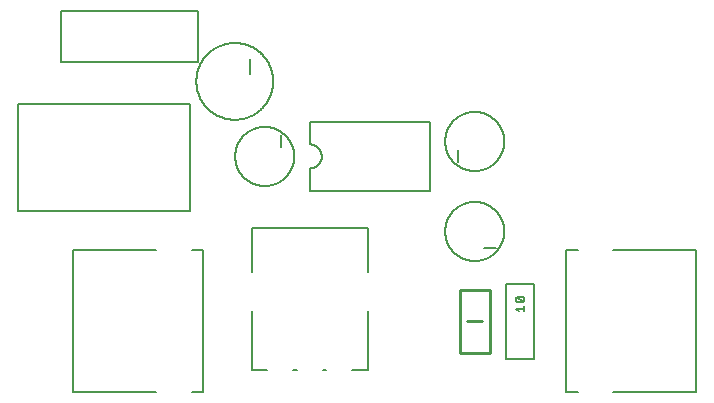
<source format=gto>
G75*
%MOIN*%
%OFA0B0*%
%FSLAX25Y25*%
%IPPOS*%
%LPD*%
%AMOC8*
5,1,8,0,0,1.08239X$1,22.5*
%
%ADD10C,0.00800*%
%ADD11C,0.01000*%
%ADD12C,0.00600*%
%ADD13C,0.00500*%
D10*
X0019793Y0012378D02*
X0047352Y0012378D01*
X0059163Y0012378D02*
X0063100Y0012378D01*
X0063100Y0059622D01*
X0059163Y0059622D01*
X0047352Y0059622D02*
X0019793Y0059622D01*
X0019793Y0012378D01*
X0079163Y0019622D02*
X0079163Y0039547D01*
X0079163Y0052398D02*
X0079163Y0067047D01*
X0117982Y0067047D01*
X0117982Y0052398D01*
X0117982Y0039543D02*
X0117982Y0019622D01*
X0112746Y0019622D01*
X0104085Y0019622D02*
X0102904Y0019622D01*
X0094242Y0019622D02*
X0093061Y0019622D01*
X0084400Y0019622D02*
X0079281Y0019622D01*
X0143730Y0066000D02*
X0143733Y0066242D01*
X0143742Y0066483D01*
X0143757Y0066724D01*
X0143777Y0066965D01*
X0143804Y0067205D01*
X0143837Y0067444D01*
X0143875Y0067683D01*
X0143919Y0067920D01*
X0143969Y0068157D01*
X0144025Y0068392D01*
X0144087Y0068625D01*
X0144154Y0068857D01*
X0144227Y0069088D01*
X0144305Y0069316D01*
X0144390Y0069542D01*
X0144479Y0069767D01*
X0144574Y0069989D01*
X0144675Y0070208D01*
X0144781Y0070426D01*
X0144892Y0070640D01*
X0145009Y0070852D01*
X0145130Y0071060D01*
X0145257Y0071266D01*
X0145389Y0071468D01*
X0145526Y0071668D01*
X0145667Y0071863D01*
X0145813Y0072056D01*
X0145964Y0072244D01*
X0146120Y0072429D01*
X0146280Y0072610D01*
X0146444Y0072787D01*
X0146613Y0072960D01*
X0146786Y0073129D01*
X0146963Y0073293D01*
X0147144Y0073453D01*
X0147329Y0073609D01*
X0147517Y0073760D01*
X0147710Y0073906D01*
X0147905Y0074047D01*
X0148105Y0074184D01*
X0148307Y0074316D01*
X0148513Y0074443D01*
X0148721Y0074564D01*
X0148933Y0074681D01*
X0149147Y0074792D01*
X0149365Y0074898D01*
X0149584Y0074999D01*
X0149806Y0075094D01*
X0150031Y0075183D01*
X0150257Y0075268D01*
X0150485Y0075346D01*
X0150716Y0075419D01*
X0150948Y0075486D01*
X0151181Y0075548D01*
X0151416Y0075604D01*
X0151653Y0075654D01*
X0151890Y0075698D01*
X0152129Y0075736D01*
X0152368Y0075769D01*
X0152608Y0075796D01*
X0152849Y0075816D01*
X0153090Y0075831D01*
X0153331Y0075840D01*
X0153573Y0075843D01*
X0153815Y0075840D01*
X0154056Y0075831D01*
X0154297Y0075816D01*
X0154538Y0075796D01*
X0154778Y0075769D01*
X0155017Y0075736D01*
X0155256Y0075698D01*
X0155493Y0075654D01*
X0155730Y0075604D01*
X0155965Y0075548D01*
X0156198Y0075486D01*
X0156430Y0075419D01*
X0156661Y0075346D01*
X0156889Y0075268D01*
X0157115Y0075183D01*
X0157340Y0075094D01*
X0157562Y0074999D01*
X0157781Y0074898D01*
X0157999Y0074792D01*
X0158213Y0074681D01*
X0158425Y0074564D01*
X0158633Y0074443D01*
X0158839Y0074316D01*
X0159041Y0074184D01*
X0159241Y0074047D01*
X0159436Y0073906D01*
X0159629Y0073760D01*
X0159817Y0073609D01*
X0160002Y0073453D01*
X0160183Y0073293D01*
X0160360Y0073129D01*
X0160533Y0072960D01*
X0160702Y0072787D01*
X0160866Y0072610D01*
X0161026Y0072429D01*
X0161182Y0072244D01*
X0161333Y0072056D01*
X0161479Y0071863D01*
X0161620Y0071668D01*
X0161757Y0071468D01*
X0161889Y0071266D01*
X0162016Y0071060D01*
X0162137Y0070852D01*
X0162254Y0070640D01*
X0162365Y0070426D01*
X0162471Y0070208D01*
X0162572Y0069989D01*
X0162667Y0069767D01*
X0162756Y0069542D01*
X0162841Y0069316D01*
X0162919Y0069088D01*
X0162992Y0068857D01*
X0163059Y0068625D01*
X0163121Y0068392D01*
X0163177Y0068157D01*
X0163227Y0067920D01*
X0163271Y0067683D01*
X0163309Y0067444D01*
X0163342Y0067205D01*
X0163369Y0066965D01*
X0163389Y0066724D01*
X0163404Y0066483D01*
X0163413Y0066242D01*
X0163416Y0066000D01*
X0163413Y0065758D01*
X0163404Y0065517D01*
X0163389Y0065276D01*
X0163369Y0065035D01*
X0163342Y0064795D01*
X0163309Y0064556D01*
X0163271Y0064317D01*
X0163227Y0064080D01*
X0163177Y0063843D01*
X0163121Y0063608D01*
X0163059Y0063375D01*
X0162992Y0063143D01*
X0162919Y0062912D01*
X0162841Y0062684D01*
X0162756Y0062458D01*
X0162667Y0062233D01*
X0162572Y0062011D01*
X0162471Y0061792D01*
X0162365Y0061574D01*
X0162254Y0061360D01*
X0162137Y0061148D01*
X0162016Y0060940D01*
X0161889Y0060734D01*
X0161757Y0060532D01*
X0161620Y0060332D01*
X0161479Y0060137D01*
X0161333Y0059944D01*
X0161182Y0059756D01*
X0161026Y0059571D01*
X0160866Y0059390D01*
X0160702Y0059213D01*
X0160533Y0059040D01*
X0160360Y0058871D01*
X0160183Y0058707D01*
X0160002Y0058547D01*
X0159817Y0058391D01*
X0159629Y0058240D01*
X0159436Y0058094D01*
X0159241Y0057953D01*
X0159041Y0057816D01*
X0158839Y0057684D01*
X0158633Y0057557D01*
X0158425Y0057436D01*
X0158213Y0057319D01*
X0157999Y0057208D01*
X0157781Y0057102D01*
X0157562Y0057001D01*
X0157340Y0056906D01*
X0157115Y0056817D01*
X0156889Y0056732D01*
X0156661Y0056654D01*
X0156430Y0056581D01*
X0156198Y0056514D01*
X0155965Y0056452D01*
X0155730Y0056396D01*
X0155493Y0056346D01*
X0155256Y0056302D01*
X0155017Y0056264D01*
X0154778Y0056231D01*
X0154538Y0056204D01*
X0154297Y0056184D01*
X0154056Y0056169D01*
X0153815Y0056160D01*
X0153573Y0056157D01*
X0153331Y0056160D01*
X0153090Y0056169D01*
X0152849Y0056184D01*
X0152608Y0056204D01*
X0152368Y0056231D01*
X0152129Y0056264D01*
X0151890Y0056302D01*
X0151653Y0056346D01*
X0151416Y0056396D01*
X0151181Y0056452D01*
X0150948Y0056514D01*
X0150716Y0056581D01*
X0150485Y0056654D01*
X0150257Y0056732D01*
X0150031Y0056817D01*
X0149806Y0056906D01*
X0149584Y0057001D01*
X0149365Y0057102D01*
X0149147Y0057208D01*
X0148933Y0057319D01*
X0148721Y0057436D01*
X0148513Y0057557D01*
X0148307Y0057684D01*
X0148105Y0057816D01*
X0147905Y0057953D01*
X0147710Y0058094D01*
X0147517Y0058240D01*
X0147329Y0058391D01*
X0147144Y0058547D01*
X0146963Y0058707D01*
X0146786Y0058871D01*
X0146613Y0059040D01*
X0146444Y0059213D01*
X0146280Y0059390D01*
X0146120Y0059571D01*
X0145964Y0059756D01*
X0145813Y0059944D01*
X0145667Y0060137D01*
X0145526Y0060332D01*
X0145389Y0060532D01*
X0145257Y0060734D01*
X0145130Y0060940D01*
X0145009Y0061148D01*
X0144892Y0061360D01*
X0144781Y0061574D01*
X0144675Y0061792D01*
X0144574Y0062011D01*
X0144479Y0062233D01*
X0144390Y0062458D01*
X0144305Y0062684D01*
X0144227Y0062912D01*
X0144154Y0063143D01*
X0144087Y0063375D01*
X0144025Y0063608D01*
X0143969Y0063843D01*
X0143919Y0064080D01*
X0143875Y0064317D01*
X0143837Y0064556D01*
X0143804Y0064795D01*
X0143777Y0065035D01*
X0143757Y0065276D01*
X0143742Y0065517D01*
X0143733Y0065758D01*
X0143730Y0066000D01*
X0156573Y0060500D02*
X0160573Y0060500D01*
X0163848Y0048402D02*
X0163848Y0023598D01*
X0173297Y0023598D01*
X0173297Y0048402D01*
X0163848Y0048402D01*
X0184045Y0059622D02*
X0187982Y0059622D01*
X0184045Y0059622D02*
X0184045Y0012378D01*
X0187982Y0012378D01*
X0199793Y0012378D02*
X0227352Y0012378D01*
X0227352Y0059622D01*
X0199793Y0059622D01*
X0148073Y0089000D02*
X0148073Y0093000D01*
X0143730Y0096000D02*
X0143733Y0096242D01*
X0143742Y0096483D01*
X0143757Y0096724D01*
X0143777Y0096965D01*
X0143804Y0097205D01*
X0143837Y0097444D01*
X0143875Y0097683D01*
X0143919Y0097920D01*
X0143969Y0098157D01*
X0144025Y0098392D01*
X0144087Y0098625D01*
X0144154Y0098857D01*
X0144227Y0099088D01*
X0144305Y0099316D01*
X0144390Y0099542D01*
X0144479Y0099767D01*
X0144574Y0099989D01*
X0144675Y0100208D01*
X0144781Y0100426D01*
X0144892Y0100640D01*
X0145009Y0100852D01*
X0145130Y0101060D01*
X0145257Y0101266D01*
X0145389Y0101468D01*
X0145526Y0101668D01*
X0145667Y0101863D01*
X0145813Y0102056D01*
X0145964Y0102244D01*
X0146120Y0102429D01*
X0146280Y0102610D01*
X0146444Y0102787D01*
X0146613Y0102960D01*
X0146786Y0103129D01*
X0146963Y0103293D01*
X0147144Y0103453D01*
X0147329Y0103609D01*
X0147517Y0103760D01*
X0147710Y0103906D01*
X0147905Y0104047D01*
X0148105Y0104184D01*
X0148307Y0104316D01*
X0148513Y0104443D01*
X0148721Y0104564D01*
X0148933Y0104681D01*
X0149147Y0104792D01*
X0149365Y0104898D01*
X0149584Y0104999D01*
X0149806Y0105094D01*
X0150031Y0105183D01*
X0150257Y0105268D01*
X0150485Y0105346D01*
X0150716Y0105419D01*
X0150948Y0105486D01*
X0151181Y0105548D01*
X0151416Y0105604D01*
X0151653Y0105654D01*
X0151890Y0105698D01*
X0152129Y0105736D01*
X0152368Y0105769D01*
X0152608Y0105796D01*
X0152849Y0105816D01*
X0153090Y0105831D01*
X0153331Y0105840D01*
X0153573Y0105843D01*
X0153815Y0105840D01*
X0154056Y0105831D01*
X0154297Y0105816D01*
X0154538Y0105796D01*
X0154778Y0105769D01*
X0155017Y0105736D01*
X0155256Y0105698D01*
X0155493Y0105654D01*
X0155730Y0105604D01*
X0155965Y0105548D01*
X0156198Y0105486D01*
X0156430Y0105419D01*
X0156661Y0105346D01*
X0156889Y0105268D01*
X0157115Y0105183D01*
X0157340Y0105094D01*
X0157562Y0104999D01*
X0157781Y0104898D01*
X0157999Y0104792D01*
X0158213Y0104681D01*
X0158425Y0104564D01*
X0158633Y0104443D01*
X0158839Y0104316D01*
X0159041Y0104184D01*
X0159241Y0104047D01*
X0159436Y0103906D01*
X0159629Y0103760D01*
X0159817Y0103609D01*
X0160002Y0103453D01*
X0160183Y0103293D01*
X0160360Y0103129D01*
X0160533Y0102960D01*
X0160702Y0102787D01*
X0160866Y0102610D01*
X0161026Y0102429D01*
X0161182Y0102244D01*
X0161333Y0102056D01*
X0161479Y0101863D01*
X0161620Y0101668D01*
X0161757Y0101468D01*
X0161889Y0101266D01*
X0162016Y0101060D01*
X0162137Y0100852D01*
X0162254Y0100640D01*
X0162365Y0100426D01*
X0162471Y0100208D01*
X0162572Y0099989D01*
X0162667Y0099767D01*
X0162756Y0099542D01*
X0162841Y0099316D01*
X0162919Y0099088D01*
X0162992Y0098857D01*
X0163059Y0098625D01*
X0163121Y0098392D01*
X0163177Y0098157D01*
X0163227Y0097920D01*
X0163271Y0097683D01*
X0163309Y0097444D01*
X0163342Y0097205D01*
X0163369Y0096965D01*
X0163389Y0096724D01*
X0163404Y0096483D01*
X0163413Y0096242D01*
X0163416Y0096000D01*
X0163413Y0095758D01*
X0163404Y0095517D01*
X0163389Y0095276D01*
X0163369Y0095035D01*
X0163342Y0094795D01*
X0163309Y0094556D01*
X0163271Y0094317D01*
X0163227Y0094080D01*
X0163177Y0093843D01*
X0163121Y0093608D01*
X0163059Y0093375D01*
X0162992Y0093143D01*
X0162919Y0092912D01*
X0162841Y0092684D01*
X0162756Y0092458D01*
X0162667Y0092233D01*
X0162572Y0092011D01*
X0162471Y0091792D01*
X0162365Y0091574D01*
X0162254Y0091360D01*
X0162137Y0091148D01*
X0162016Y0090940D01*
X0161889Y0090734D01*
X0161757Y0090532D01*
X0161620Y0090332D01*
X0161479Y0090137D01*
X0161333Y0089944D01*
X0161182Y0089756D01*
X0161026Y0089571D01*
X0160866Y0089390D01*
X0160702Y0089213D01*
X0160533Y0089040D01*
X0160360Y0088871D01*
X0160183Y0088707D01*
X0160002Y0088547D01*
X0159817Y0088391D01*
X0159629Y0088240D01*
X0159436Y0088094D01*
X0159241Y0087953D01*
X0159041Y0087816D01*
X0158839Y0087684D01*
X0158633Y0087557D01*
X0158425Y0087436D01*
X0158213Y0087319D01*
X0157999Y0087208D01*
X0157781Y0087102D01*
X0157562Y0087001D01*
X0157340Y0086906D01*
X0157115Y0086817D01*
X0156889Y0086732D01*
X0156661Y0086654D01*
X0156430Y0086581D01*
X0156198Y0086514D01*
X0155965Y0086452D01*
X0155730Y0086396D01*
X0155493Y0086346D01*
X0155256Y0086302D01*
X0155017Y0086264D01*
X0154778Y0086231D01*
X0154538Y0086204D01*
X0154297Y0086184D01*
X0154056Y0086169D01*
X0153815Y0086160D01*
X0153573Y0086157D01*
X0153331Y0086160D01*
X0153090Y0086169D01*
X0152849Y0086184D01*
X0152608Y0086204D01*
X0152368Y0086231D01*
X0152129Y0086264D01*
X0151890Y0086302D01*
X0151653Y0086346D01*
X0151416Y0086396D01*
X0151181Y0086452D01*
X0150948Y0086514D01*
X0150716Y0086581D01*
X0150485Y0086654D01*
X0150257Y0086732D01*
X0150031Y0086817D01*
X0149806Y0086906D01*
X0149584Y0087001D01*
X0149365Y0087102D01*
X0149147Y0087208D01*
X0148933Y0087319D01*
X0148721Y0087436D01*
X0148513Y0087557D01*
X0148307Y0087684D01*
X0148105Y0087816D01*
X0147905Y0087953D01*
X0147710Y0088094D01*
X0147517Y0088240D01*
X0147329Y0088391D01*
X0147144Y0088547D01*
X0146963Y0088707D01*
X0146786Y0088871D01*
X0146613Y0089040D01*
X0146444Y0089213D01*
X0146280Y0089390D01*
X0146120Y0089571D01*
X0145964Y0089756D01*
X0145813Y0089944D01*
X0145667Y0090137D01*
X0145526Y0090332D01*
X0145389Y0090532D01*
X0145257Y0090734D01*
X0145130Y0090940D01*
X0145009Y0091148D01*
X0144892Y0091360D01*
X0144781Y0091574D01*
X0144675Y0091792D01*
X0144574Y0092011D01*
X0144479Y0092233D01*
X0144390Y0092458D01*
X0144305Y0092684D01*
X0144227Y0092912D01*
X0144154Y0093143D01*
X0144087Y0093375D01*
X0144025Y0093608D01*
X0143969Y0093843D01*
X0143919Y0094080D01*
X0143875Y0094317D01*
X0143837Y0094556D01*
X0143804Y0094795D01*
X0143777Y0095035D01*
X0143757Y0095276D01*
X0143742Y0095517D01*
X0143733Y0095758D01*
X0143730Y0096000D01*
X0089073Y0094000D02*
X0089073Y0098000D01*
X0073730Y0091000D02*
X0073733Y0091242D01*
X0073742Y0091483D01*
X0073757Y0091724D01*
X0073777Y0091965D01*
X0073804Y0092205D01*
X0073837Y0092444D01*
X0073875Y0092683D01*
X0073919Y0092920D01*
X0073969Y0093157D01*
X0074025Y0093392D01*
X0074087Y0093625D01*
X0074154Y0093857D01*
X0074227Y0094088D01*
X0074305Y0094316D01*
X0074390Y0094542D01*
X0074479Y0094767D01*
X0074574Y0094989D01*
X0074675Y0095208D01*
X0074781Y0095426D01*
X0074892Y0095640D01*
X0075009Y0095852D01*
X0075130Y0096060D01*
X0075257Y0096266D01*
X0075389Y0096468D01*
X0075526Y0096668D01*
X0075667Y0096863D01*
X0075813Y0097056D01*
X0075964Y0097244D01*
X0076120Y0097429D01*
X0076280Y0097610D01*
X0076444Y0097787D01*
X0076613Y0097960D01*
X0076786Y0098129D01*
X0076963Y0098293D01*
X0077144Y0098453D01*
X0077329Y0098609D01*
X0077517Y0098760D01*
X0077710Y0098906D01*
X0077905Y0099047D01*
X0078105Y0099184D01*
X0078307Y0099316D01*
X0078513Y0099443D01*
X0078721Y0099564D01*
X0078933Y0099681D01*
X0079147Y0099792D01*
X0079365Y0099898D01*
X0079584Y0099999D01*
X0079806Y0100094D01*
X0080031Y0100183D01*
X0080257Y0100268D01*
X0080485Y0100346D01*
X0080716Y0100419D01*
X0080948Y0100486D01*
X0081181Y0100548D01*
X0081416Y0100604D01*
X0081653Y0100654D01*
X0081890Y0100698D01*
X0082129Y0100736D01*
X0082368Y0100769D01*
X0082608Y0100796D01*
X0082849Y0100816D01*
X0083090Y0100831D01*
X0083331Y0100840D01*
X0083573Y0100843D01*
X0083815Y0100840D01*
X0084056Y0100831D01*
X0084297Y0100816D01*
X0084538Y0100796D01*
X0084778Y0100769D01*
X0085017Y0100736D01*
X0085256Y0100698D01*
X0085493Y0100654D01*
X0085730Y0100604D01*
X0085965Y0100548D01*
X0086198Y0100486D01*
X0086430Y0100419D01*
X0086661Y0100346D01*
X0086889Y0100268D01*
X0087115Y0100183D01*
X0087340Y0100094D01*
X0087562Y0099999D01*
X0087781Y0099898D01*
X0087999Y0099792D01*
X0088213Y0099681D01*
X0088425Y0099564D01*
X0088633Y0099443D01*
X0088839Y0099316D01*
X0089041Y0099184D01*
X0089241Y0099047D01*
X0089436Y0098906D01*
X0089629Y0098760D01*
X0089817Y0098609D01*
X0090002Y0098453D01*
X0090183Y0098293D01*
X0090360Y0098129D01*
X0090533Y0097960D01*
X0090702Y0097787D01*
X0090866Y0097610D01*
X0091026Y0097429D01*
X0091182Y0097244D01*
X0091333Y0097056D01*
X0091479Y0096863D01*
X0091620Y0096668D01*
X0091757Y0096468D01*
X0091889Y0096266D01*
X0092016Y0096060D01*
X0092137Y0095852D01*
X0092254Y0095640D01*
X0092365Y0095426D01*
X0092471Y0095208D01*
X0092572Y0094989D01*
X0092667Y0094767D01*
X0092756Y0094542D01*
X0092841Y0094316D01*
X0092919Y0094088D01*
X0092992Y0093857D01*
X0093059Y0093625D01*
X0093121Y0093392D01*
X0093177Y0093157D01*
X0093227Y0092920D01*
X0093271Y0092683D01*
X0093309Y0092444D01*
X0093342Y0092205D01*
X0093369Y0091965D01*
X0093389Y0091724D01*
X0093404Y0091483D01*
X0093413Y0091242D01*
X0093416Y0091000D01*
X0093413Y0090758D01*
X0093404Y0090517D01*
X0093389Y0090276D01*
X0093369Y0090035D01*
X0093342Y0089795D01*
X0093309Y0089556D01*
X0093271Y0089317D01*
X0093227Y0089080D01*
X0093177Y0088843D01*
X0093121Y0088608D01*
X0093059Y0088375D01*
X0092992Y0088143D01*
X0092919Y0087912D01*
X0092841Y0087684D01*
X0092756Y0087458D01*
X0092667Y0087233D01*
X0092572Y0087011D01*
X0092471Y0086792D01*
X0092365Y0086574D01*
X0092254Y0086360D01*
X0092137Y0086148D01*
X0092016Y0085940D01*
X0091889Y0085734D01*
X0091757Y0085532D01*
X0091620Y0085332D01*
X0091479Y0085137D01*
X0091333Y0084944D01*
X0091182Y0084756D01*
X0091026Y0084571D01*
X0090866Y0084390D01*
X0090702Y0084213D01*
X0090533Y0084040D01*
X0090360Y0083871D01*
X0090183Y0083707D01*
X0090002Y0083547D01*
X0089817Y0083391D01*
X0089629Y0083240D01*
X0089436Y0083094D01*
X0089241Y0082953D01*
X0089041Y0082816D01*
X0088839Y0082684D01*
X0088633Y0082557D01*
X0088425Y0082436D01*
X0088213Y0082319D01*
X0087999Y0082208D01*
X0087781Y0082102D01*
X0087562Y0082001D01*
X0087340Y0081906D01*
X0087115Y0081817D01*
X0086889Y0081732D01*
X0086661Y0081654D01*
X0086430Y0081581D01*
X0086198Y0081514D01*
X0085965Y0081452D01*
X0085730Y0081396D01*
X0085493Y0081346D01*
X0085256Y0081302D01*
X0085017Y0081264D01*
X0084778Y0081231D01*
X0084538Y0081204D01*
X0084297Y0081184D01*
X0084056Y0081169D01*
X0083815Y0081160D01*
X0083573Y0081157D01*
X0083331Y0081160D01*
X0083090Y0081169D01*
X0082849Y0081184D01*
X0082608Y0081204D01*
X0082368Y0081231D01*
X0082129Y0081264D01*
X0081890Y0081302D01*
X0081653Y0081346D01*
X0081416Y0081396D01*
X0081181Y0081452D01*
X0080948Y0081514D01*
X0080716Y0081581D01*
X0080485Y0081654D01*
X0080257Y0081732D01*
X0080031Y0081817D01*
X0079806Y0081906D01*
X0079584Y0082001D01*
X0079365Y0082102D01*
X0079147Y0082208D01*
X0078933Y0082319D01*
X0078721Y0082436D01*
X0078513Y0082557D01*
X0078307Y0082684D01*
X0078105Y0082816D01*
X0077905Y0082953D01*
X0077710Y0083094D01*
X0077517Y0083240D01*
X0077329Y0083391D01*
X0077144Y0083547D01*
X0076963Y0083707D01*
X0076786Y0083871D01*
X0076613Y0084040D01*
X0076444Y0084213D01*
X0076280Y0084390D01*
X0076120Y0084571D01*
X0075964Y0084756D01*
X0075813Y0084944D01*
X0075667Y0085137D01*
X0075526Y0085332D01*
X0075389Y0085532D01*
X0075257Y0085734D01*
X0075130Y0085940D01*
X0075009Y0086148D01*
X0074892Y0086360D01*
X0074781Y0086574D01*
X0074675Y0086792D01*
X0074574Y0087011D01*
X0074479Y0087233D01*
X0074390Y0087458D01*
X0074305Y0087684D01*
X0074227Y0087912D01*
X0074154Y0088143D01*
X0074087Y0088375D01*
X0074025Y0088608D01*
X0073969Y0088843D01*
X0073919Y0089080D01*
X0073875Y0089317D01*
X0073837Y0089556D01*
X0073804Y0089795D01*
X0073777Y0090035D01*
X0073757Y0090276D01*
X0073742Y0090517D01*
X0073733Y0090758D01*
X0073730Y0091000D01*
X0060778Y0116000D02*
X0060782Y0116314D01*
X0060793Y0116628D01*
X0060813Y0116941D01*
X0060840Y0117254D01*
X0060874Y0117566D01*
X0060916Y0117877D01*
X0060966Y0118187D01*
X0061024Y0118496D01*
X0061089Y0118803D01*
X0061161Y0119109D01*
X0061241Y0119413D01*
X0061329Y0119714D01*
X0061424Y0120014D01*
X0061526Y0120311D01*
X0061635Y0120605D01*
X0061752Y0120896D01*
X0061876Y0121185D01*
X0062006Y0121471D01*
X0062144Y0121753D01*
X0062289Y0122032D01*
X0062440Y0122307D01*
X0062598Y0122578D01*
X0062763Y0122845D01*
X0062934Y0123109D01*
X0063112Y0123367D01*
X0063296Y0123622D01*
X0063486Y0123872D01*
X0063682Y0124117D01*
X0063885Y0124357D01*
X0064093Y0124593D01*
X0064306Y0124823D01*
X0064526Y0125047D01*
X0064750Y0125267D01*
X0064980Y0125480D01*
X0065216Y0125688D01*
X0065456Y0125891D01*
X0065701Y0126087D01*
X0065951Y0126277D01*
X0066206Y0126461D01*
X0066464Y0126639D01*
X0066728Y0126810D01*
X0066995Y0126975D01*
X0067266Y0127133D01*
X0067541Y0127284D01*
X0067820Y0127429D01*
X0068102Y0127567D01*
X0068388Y0127697D01*
X0068677Y0127821D01*
X0068968Y0127938D01*
X0069262Y0128047D01*
X0069559Y0128149D01*
X0069859Y0128244D01*
X0070160Y0128332D01*
X0070464Y0128412D01*
X0070770Y0128484D01*
X0071077Y0128549D01*
X0071386Y0128607D01*
X0071696Y0128657D01*
X0072007Y0128699D01*
X0072319Y0128733D01*
X0072632Y0128760D01*
X0072945Y0128780D01*
X0073259Y0128791D01*
X0073573Y0128795D01*
X0073887Y0128791D01*
X0074201Y0128780D01*
X0074514Y0128760D01*
X0074827Y0128733D01*
X0075139Y0128699D01*
X0075450Y0128657D01*
X0075760Y0128607D01*
X0076069Y0128549D01*
X0076376Y0128484D01*
X0076682Y0128412D01*
X0076986Y0128332D01*
X0077287Y0128244D01*
X0077587Y0128149D01*
X0077884Y0128047D01*
X0078178Y0127938D01*
X0078469Y0127821D01*
X0078758Y0127697D01*
X0079044Y0127567D01*
X0079326Y0127429D01*
X0079605Y0127284D01*
X0079880Y0127133D01*
X0080151Y0126975D01*
X0080418Y0126810D01*
X0080682Y0126639D01*
X0080940Y0126461D01*
X0081195Y0126277D01*
X0081445Y0126087D01*
X0081690Y0125891D01*
X0081930Y0125688D01*
X0082166Y0125480D01*
X0082396Y0125267D01*
X0082620Y0125047D01*
X0082840Y0124823D01*
X0083053Y0124593D01*
X0083261Y0124357D01*
X0083464Y0124117D01*
X0083660Y0123872D01*
X0083850Y0123622D01*
X0084034Y0123367D01*
X0084212Y0123109D01*
X0084383Y0122845D01*
X0084548Y0122578D01*
X0084706Y0122307D01*
X0084857Y0122032D01*
X0085002Y0121753D01*
X0085140Y0121471D01*
X0085270Y0121185D01*
X0085394Y0120896D01*
X0085511Y0120605D01*
X0085620Y0120311D01*
X0085722Y0120014D01*
X0085817Y0119714D01*
X0085905Y0119413D01*
X0085985Y0119109D01*
X0086057Y0118803D01*
X0086122Y0118496D01*
X0086180Y0118187D01*
X0086230Y0117877D01*
X0086272Y0117566D01*
X0086306Y0117254D01*
X0086333Y0116941D01*
X0086353Y0116628D01*
X0086364Y0116314D01*
X0086368Y0116000D01*
X0086364Y0115686D01*
X0086353Y0115372D01*
X0086333Y0115059D01*
X0086306Y0114746D01*
X0086272Y0114434D01*
X0086230Y0114123D01*
X0086180Y0113813D01*
X0086122Y0113504D01*
X0086057Y0113197D01*
X0085985Y0112891D01*
X0085905Y0112587D01*
X0085817Y0112286D01*
X0085722Y0111986D01*
X0085620Y0111689D01*
X0085511Y0111395D01*
X0085394Y0111104D01*
X0085270Y0110815D01*
X0085140Y0110529D01*
X0085002Y0110247D01*
X0084857Y0109968D01*
X0084706Y0109693D01*
X0084548Y0109422D01*
X0084383Y0109155D01*
X0084212Y0108891D01*
X0084034Y0108633D01*
X0083850Y0108378D01*
X0083660Y0108128D01*
X0083464Y0107883D01*
X0083261Y0107643D01*
X0083053Y0107407D01*
X0082840Y0107177D01*
X0082620Y0106953D01*
X0082396Y0106733D01*
X0082166Y0106520D01*
X0081930Y0106312D01*
X0081690Y0106109D01*
X0081445Y0105913D01*
X0081195Y0105723D01*
X0080940Y0105539D01*
X0080682Y0105361D01*
X0080418Y0105190D01*
X0080151Y0105025D01*
X0079880Y0104867D01*
X0079605Y0104716D01*
X0079326Y0104571D01*
X0079044Y0104433D01*
X0078758Y0104303D01*
X0078469Y0104179D01*
X0078178Y0104062D01*
X0077884Y0103953D01*
X0077587Y0103851D01*
X0077287Y0103756D01*
X0076986Y0103668D01*
X0076682Y0103588D01*
X0076376Y0103516D01*
X0076069Y0103451D01*
X0075760Y0103393D01*
X0075450Y0103343D01*
X0075139Y0103301D01*
X0074827Y0103267D01*
X0074514Y0103240D01*
X0074201Y0103220D01*
X0073887Y0103209D01*
X0073573Y0103205D01*
X0073259Y0103209D01*
X0072945Y0103220D01*
X0072632Y0103240D01*
X0072319Y0103267D01*
X0072007Y0103301D01*
X0071696Y0103343D01*
X0071386Y0103393D01*
X0071077Y0103451D01*
X0070770Y0103516D01*
X0070464Y0103588D01*
X0070160Y0103668D01*
X0069859Y0103756D01*
X0069559Y0103851D01*
X0069262Y0103953D01*
X0068968Y0104062D01*
X0068677Y0104179D01*
X0068388Y0104303D01*
X0068102Y0104433D01*
X0067820Y0104571D01*
X0067541Y0104716D01*
X0067266Y0104867D01*
X0066995Y0105025D01*
X0066728Y0105190D01*
X0066464Y0105361D01*
X0066206Y0105539D01*
X0065951Y0105723D01*
X0065701Y0105913D01*
X0065456Y0106109D01*
X0065216Y0106312D01*
X0064980Y0106520D01*
X0064750Y0106733D01*
X0064526Y0106953D01*
X0064306Y0107177D01*
X0064093Y0107407D01*
X0063885Y0107643D01*
X0063682Y0107883D01*
X0063486Y0108128D01*
X0063296Y0108378D01*
X0063112Y0108633D01*
X0062934Y0108891D01*
X0062763Y0109155D01*
X0062598Y0109422D01*
X0062440Y0109693D01*
X0062289Y0109968D01*
X0062144Y0110247D01*
X0062006Y0110529D01*
X0061876Y0110815D01*
X0061752Y0111104D01*
X0061635Y0111395D01*
X0061526Y0111689D01*
X0061424Y0111986D01*
X0061329Y0112286D01*
X0061241Y0112587D01*
X0061161Y0112891D01*
X0061089Y0113197D01*
X0061024Y0113504D01*
X0060966Y0113813D01*
X0060916Y0114123D01*
X0060874Y0114434D01*
X0060840Y0114746D01*
X0060813Y0115059D01*
X0060793Y0115372D01*
X0060782Y0115686D01*
X0060778Y0116000D01*
X0061467Y0122437D02*
X0015679Y0122437D01*
X0015679Y0139563D01*
X0061467Y0139563D01*
X0061467Y0122437D01*
X0078573Y0123500D02*
X0078573Y0118500D01*
D11*
X0148573Y0046500D02*
X0158573Y0046500D01*
X0158573Y0025500D01*
X0148573Y0025500D01*
X0148573Y0046500D01*
X0151073Y0036000D02*
X0156073Y0036000D01*
D12*
X0138573Y0079500D02*
X0098573Y0079500D01*
X0098573Y0087000D01*
X0098699Y0087002D01*
X0098824Y0087008D01*
X0098949Y0087018D01*
X0099074Y0087032D01*
X0099199Y0087049D01*
X0099323Y0087071D01*
X0099446Y0087096D01*
X0099568Y0087126D01*
X0099689Y0087159D01*
X0099809Y0087196D01*
X0099928Y0087236D01*
X0100045Y0087281D01*
X0100162Y0087329D01*
X0100276Y0087381D01*
X0100389Y0087436D01*
X0100500Y0087495D01*
X0100609Y0087557D01*
X0100716Y0087623D01*
X0100821Y0087692D01*
X0100924Y0087764D01*
X0101025Y0087839D01*
X0101123Y0087918D01*
X0101218Y0088000D01*
X0101311Y0088084D01*
X0101401Y0088172D01*
X0101489Y0088262D01*
X0101573Y0088355D01*
X0101655Y0088450D01*
X0101734Y0088548D01*
X0101809Y0088649D01*
X0101881Y0088752D01*
X0101950Y0088857D01*
X0102016Y0088964D01*
X0102078Y0089073D01*
X0102137Y0089184D01*
X0102192Y0089297D01*
X0102244Y0089411D01*
X0102292Y0089528D01*
X0102337Y0089645D01*
X0102377Y0089764D01*
X0102414Y0089884D01*
X0102447Y0090005D01*
X0102477Y0090127D01*
X0102502Y0090250D01*
X0102524Y0090374D01*
X0102541Y0090499D01*
X0102555Y0090624D01*
X0102565Y0090749D01*
X0102571Y0090874D01*
X0102573Y0091000D01*
X0102571Y0091126D01*
X0102565Y0091251D01*
X0102555Y0091376D01*
X0102541Y0091501D01*
X0102524Y0091626D01*
X0102502Y0091750D01*
X0102477Y0091873D01*
X0102447Y0091995D01*
X0102414Y0092116D01*
X0102377Y0092236D01*
X0102337Y0092355D01*
X0102292Y0092472D01*
X0102244Y0092589D01*
X0102192Y0092703D01*
X0102137Y0092816D01*
X0102078Y0092927D01*
X0102016Y0093036D01*
X0101950Y0093143D01*
X0101881Y0093248D01*
X0101809Y0093351D01*
X0101734Y0093452D01*
X0101655Y0093550D01*
X0101573Y0093645D01*
X0101489Y0093738D01*
X0101401Y0093828D01*
X0101311Y0093916D01*
X0101218Y0094000D01*
X0101123Y0094082D01*
X0101025Y0094161D01*
X0100924Y0094236D01*
X0100821Y0094308D01*
X0100716Y0094377D01*
X0100609Y0094443D01*
X0100500Y0094505D01*
X0100389Y0094564D01*
X0100276Y0094619D01*
X0100162Y0094671D01*
X0100045Y0094719D01*
X0099928Y0094764D01*
X0099809Y0094804D01*
X0099689Y0094841D01*
X0099568Y0094874D01*
X0099446Y0094904D01*
X0099323Y0094929D01*
X0099199Y0094951D01*
X0099074Y0094968D01*
X0098949Y0094982D01*
X0098824Y0094992D01*
X0098699Y0094998D01*
X0098573Y0095000D01*
X0098573Y0102500D01*
X0138573Y0102500D01*
X0138573Y0079500D01*
D13*
X0167771Y0044105D02*
X0169572Y0042303D01*
X0170023Y0042754D01*
X0170023Y0043655D01*
X0169572Y0044105D01*
X0167771Y0044105D01*
X0167321Y0043655D01*
X0167321Y0042754D01*
X0167771Y0042303D01*
X0169572Y0042303D01*
X0170023Y0041159D02*
X0170023Y0039357D01*
X0170023Y0040258D02*
X0167321Y0040258D01*
X0168221Y0039357D01*
X0058730Y0072890D02*
X0001250Y0072890D01*
X0001250Y0108323D01*
X0058730Y0108323D01*
X0058730Y0072890D01*
M02*

</source>
